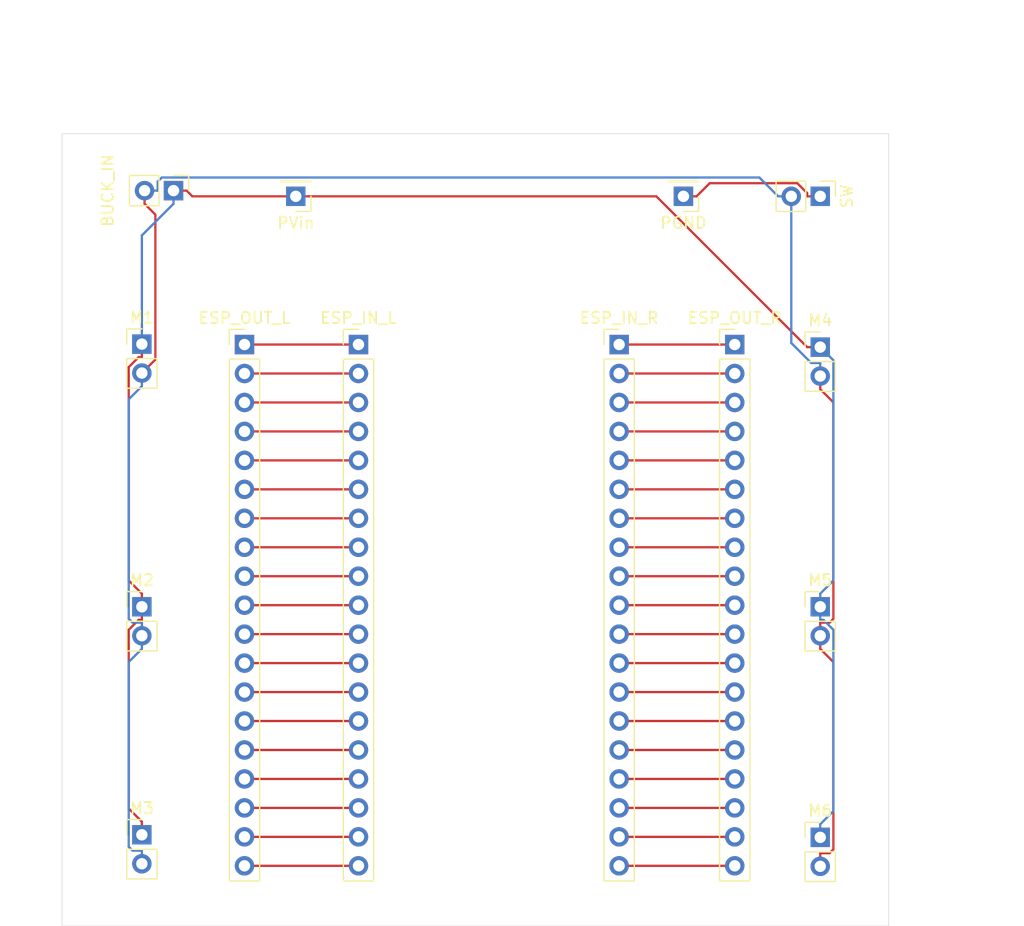
<source format=kicad_pcb>
(kicad_pcb (version 20240108) (generator "pcbnew") (generator_version "8.0")
  (layers (0 "F.Cu" signal) (31 "B.Cu" signal) (34 "B.Paste" user) (35 "F.Paste" user) (36 "B.SilkS" user "B.Silkscreen") (37 "F.SilkS" user "F.Silkscreen") (38 "B.Mask" user) (39 "F.Mask" user) (44 "Edge.Cuts" user))
  (net 0 "")
  (net 1 "Net-(BUCK_IN1-Pin_1)")
  (net 2 "Net-(BUCK_IN1-Pin_2)")
  (net 3 "Net-(ESP_IN_L1-Pin_4)")
  (net 4 "Net-(ESP_IN_L1-Pin_11)")
  (net 5 "Net-(ESP_IN_L1-Pin_6)")
  (net 6 "Net-(ESP_IN_L1-Pin_15)")
  (net 7 "Net-(ESP_IN_L1-Pin_18)")
  (net 8 "Net-(ESP_IN_L1-Pin_7)")
  (net 9 "Net-(ESP_IN_L1-Pin_5)")
  (net 10 "Net-(ESP_IN_L1-Pin_10)")
  (net 11 "Net-(ESP_IN_L1-Pin_19)")
  (net 12 "Net-(ESP_IN_L1-Pin_13)")
  (net 13 "Net-(ESP_IN_L1-Pin_17)")
  (net 14 "Net-(ESP_IN_L1-Pin_8)")
  (net 15 "Net-(ESP_IN_L1-Pin_1)")
  (net 16 "Net-(ESP_IN_L1-Pin_14)")
  (net 17 "Net-(ESP_IN_L1-Pin_16)")
  (net 18 "Net-(ESP_IN_L1-Pin_2)")
  (net 19 "Net-(ESP_IN_L1-Pin_12)")
  (net 20 "Net-(ESP_IN_L1-Pin_3)")
  (net 21 "Net-(ESP_IN_L1-Pin_9)")
  (net 22 "Net-(ESP_IN_R1-Pin_17)")
  (net 23 "Net-(ESP_IN_R1-Pin_18)")
  (net 24 "Net-(ESP_IN_R1-Pin_3)")
  (net 25 "Net-(ESP_IN_R1-Pin_4)")
  (net 26 "Net-(ESP_IN_R1-Pin_19)")
  (net 27 "Net-(ESP_IN_R1-Pin_13)")
  (net 28 "Net-(ESP_IN_R1-Pin_9)")
  (net 29 "Net-(ESP_IN_R1-Pin_16)")
  (net 30 "Net-(ESP_IN_R1-Pin_11)")
  (net 31 "Net-(ESP_IN_R1-Pin_15)")
  (net 32 "Net-(ESP_IN_R1-Pin_6)")
  (net 33 "Net-(ESP_IN_R1-Pin_1)")
  (net 34 "Net-(ESP_IN_R1-Pin_8)")
  (net 35 "Net-(ESP_IN_R1-Pin_7)")
  (net 36 "Net-(ESP_IN_R1-Pin_5)")
  (net 37 "Net-(ESP_IN_R1-Pin_12)")
  (net 38 "Net-(ESP_IN_R1-Pin_2)")
  (net 39 "Net-(ESP_IN_R1-Pin_14)")
  (net 40 "Net-(ESP_IN_R1-Pin_10)")
  (net 41 "Net-(PGND1-Pin_1)")
  (footprint "Connector_PinHeader_2.54mm:PinHeader_1x02_P2.54mm_Vertical" (layer "F.Cu") (at 110.775 79 -90)
    (property "Reference" "BUCK_IN" (at 0 5.775 -90) (layer "F.SilkS"))
    (property "Value" "24v to 5v for buck converter")
    (fp_line (start -1.33 3.87) (end 1.33 3.87) (stroke (width 0.12)) (layer "F.SilkS"))
    (fp_line (start -1.33 1.27) (end -1.33 3.87) (stroke (width 0.12)) (layer "F.SilkS"))
    (fp_line (start -1.33 1.27) (end 1.33 1.27) (stroke (width 0.12)) (layer "F.SilkS"))
    (fp_line (start 1.33 1.27) (end 1.33 3.87) (stroke (width 0.12)) (layer "F.SilkS"))
    (fp_line (start -1.33 0) (end -1.33 -1.33) (stroke (width 0.12)) (layer "F.SilkS"))
    (fp_line (start -1.33 -1.33) (end 0 -1.33) (stroke (width 0.12)) (layer "F.SilkS"))
    (pad "1" thru_hole rect (at 0 0 270) (size 1.7 1.7) (drill 1) (layers "*.Cu" "*.Mask") (net 1 "Net-(BUCK_IN1-Pin_1)"))
    (pad "2" thru_hole oval (at 0 2.54 270) (size 1.7 1.7) (drill 1) (layers "*.Cu" "*.Mask") (net 2 "Net-(BUCK_IN1-Pin_2)"))
  )
  (footprint "Connector_PinHeader_2.54mm:PinHeader_1x19_P2.54mm_Vertical" (layer "F.Cu") (at 160 92.5)
    (property "Reference" "ESP_OUT_R" (at 0 -2.33 0) (layer "F.SilkS"))
    (property "Value" "Conn_01x19_Pin")
    (fp_line (start -1.33 -1.33) (end 0 -1.33) (stroke (width 0.12)) (layer "F.SilkS"))
    (fp_line (start -1.33 0) (end -1.33 -1.33) (stroke (width 0.12)) (layer "F.SilkS"))
    (fp_line (start -1.33 1.27) (end -1.33 47.05) (stroke (width 0.12)) (layer "F.SilkS"))
    (fp_line (start -1.33 1.27) (end 1.33 1.27) (stroke (width 0.12)) (layer "F.SilkS"))
    (fp_line (start -1.33 47.05) (end 1.33 47.05) (stroke (width 0.12)) (layer "F.SilkS"))
    (fp_line (start 1.33 1.27) (end 1.33 47.05) (stroke (width 0.12)) (layer "F.SilkS"))
    (pad "1" thru_hole rect (at 0 0) (size 1.7 1.7) (drill 1) (layers "*.Cu" "*.Mask") (net 33 "Net-(ESP_IN_R1-Pin_1)"))
    (pad "2" thru_hole oval (at 0 2.54) (size 1.7 1.7) (drill 1) (layers "*.Cu" "*.Mask") (net 38 "Net-(ESP_IN_R1-Pin_2)"))
    (pad "3" thru_hole oval (at 0 5.08) (size 1.7 1.7) (drill 1) (layers "*.Cu" "*.Mask") (net 24 "Net-(ESP_IN_R1-Pin_3)"))
    (pad "4" thru_hole oval (at 0 7.62) (size 1.7 1.7) (drill 1) (layers "*.Cu" "*.Mask") (net 25 "Net-(ESP_IN_R1-Pin_4)"))
    (pad "5" thru_hole oval (at 0 10.16) (size 1.7 1.7) (drill 1) (layers "*.Cu" "*.Mask") (net 36 "Net-(ESP_IN_R1-Pin_5)"))
    (pad "6" thru_hole oval (at 0 12.7) (size 1.7 1.7) (drill 1) (layers "*.Cu" "*.Mask") (net 32 "Net-(ESP_IN_R1-Pin_6)"))
    (pad "7" thru_hole oval (at 0 15.24) (size 1.7 1.7) (drill 1) (layers "*.Cu" "*.Mask") (net 35 "Net-(ESP_IN_R1-Pin_7)"))
    (pad "8" thru_hole oval (at 0 17.78) (size 1.7 1.7) (drill 1) (layers "*.Cu" "*.Mask") (net 34 "Net-(ESP_IN_R1-Pin_8)"))
    (pad "9" thru_hole oval (at 0 20.32) (size 1.7 1.7) (drill 1) (layers "*.Cu" "*.Mask") (net 28 "Net-(ESP_IN_R1-Pin_9)"))
    (pad "10" thru_hole oval (at 0 22.86) (size 1.7 1.7) (drill 1) (layers "*.Cu" "*.Mask") (net 40 "Net-(ESP_IN_R1-Pin_10)"))
    (pad "11" thru_hole oval (at 0 25.4) (size 1.7 1.7) (drill 1) (layers "*.Cu" "*.Mask") (net 30 "Net-(ESP_IN_R1-Pin_11)"))
    (pad "12" thru_hole oval (at 0 27.94) (size 1.7 1.7) (drill 1) (layers "*.Cu" "*.Mask") (net 37 "Net-(ESP_IN_R1-Pin_12)"))
    (pad "13" thru_hole oval (at 0 30.48) (size 1.7 1.7) (drill 1) (layers "*.Cu" "*.Mask") (net 27 "Net-(ESP_IN_R1-Pin_13)"))
    (pad "14" thru_hole oval (at 0 33.02) (size 1.7 1.7) (drill 1) (layers "*.Cu" "*.Mask") (net 39 "Net-(ESP_IN_R1-Pin_14)"))
    (pad "15" thru_hole oval (at 0 35.56) (size 1.7 1.7) (drill 1) (layers "*.Cu" "*.Mask") (net 31 "Net-(ESP_IN_R1-Pin_15)"))
    (pad "16" thru_hole oval (at 0 38.1) (size 1.7 1.7) (drill 1) (layers "*.Cu" "*.Mask") (net 29 "Net-(ESP_IN_R1-Pin_16)"))
    (pad "17" thru_hole oval (at 0 40.64) (size 1.7 1.7) (drill 1) (layers "*.Cu" "*.Mask") (net 22 "Net-(ESP_IN_R1-Pin_17)"))
    (pad "18" thru_hole oval (at 0 43.18) (size 1.7 1.7) (drill 1) (layers "*.Cu" "*.Mask") (net 23 "Net-(ESP_IN_R1-Pin_18)"))
    (pad "19" thru_hole oval (at 0 45.72) (size 1.7 1.7) (drill 1) (layers "*.Cu" "*.Mask") (net 26 "Net-(ESP_IN_R1-Pin_19)"))
  )
  (footprint "Connector_PinHeader_2.54mm:PinHeader_1x02_P2.54mm_Vertical" (layer "F.Cu") (at 108 135.5)
    (property "Reference" "M3" (at 0 -2.33 0) (layer "F.SilkS"))
    (property "Value" "Conn_01x02_Pin")
    (fp_line (start -1.33 -1.33) (end 0 -1.33) (stroke (width 0.12)) (layer "F.SilkS"))
    (fp_line (start -1.33 0) (end -1.33 -1.33) (stroke (width 0.12)) (layer "F.SilkS"))
    (fp_line (start -1.33 1.27) (end -1.33 3.87) (stroke (width 0.12)) (layer "F.SilkS"))
    (fp_line (start -1.33 1.27) (end 1.33 1.27) (stroke (width 0.12)) (layer "F.SilkS"))
    (fp_line (start -1.33 3.87) (end 1.33 3.87) (stroke (width 0.12)) (layer "F.SilkS"))
    (fp_line (start 1.33 1.27) (end 1.33 3.87) (stroke (width 0.12)) (layer "F.SilkS"))
    (pad "1" thru_hole rect (at 0 0) (size 1.7 1.7) (drill 1) (layers "*.Cu" "*.Mask") (net 1 "Net-(BUCK_IN1-Pin_1)"))
    (pad "2" thru_hole oval (at 0 2.54) (size 1.7 1.7) (drill 1) (layers "*.Cu" "*.Mask") (net 2 "Net-(BUCK_IN1-Pin_2)"))
  )
  (footprint "Connector_PinHeader_2.54mm:PinHeader_1x02_P2.54mm_Vertical" (layer "F.Cu") (at 167.5 79.5 -90)
    (property "Reference" "SW" (at 0 -2.33 -90) (layer "F.SilkS"))
    (property "Value" "SW_SPST")
    (fp_line (start -1.33 3.87) (end 1.33 3.87) (stroke (width 0.12)) (layer "F.SilkS"))
    (fp_line (start -1.33 1.27) (end -1.33 3.87) (stroke (width 0.12)) (layer "F.SilkS"))
    (fp_line (start -1.33 1.27) (end 1.33 1.27) (stroke (width 0.12)) (layer "F.SilkS"))
    (fp_line (start 1.33 1.27) (end 1.33 3.87) (stroke (width 0.12)) (layer "F.SilkS"))
    (fp_line (start -1.33 0) (end -1.33 -1.33) (stroke (width 0.12)) (layer "F.SilkS"))
    (fp_line (start -1.33 -1.33) (end 0 -1.33) (stroke (width 0.12)) (layer "F.SilkS"))
    (pad "1" thru_hole rect (at 0 0 270) (size 1.7 1.7) (drill 1) (layers "*.Cu" "*.Mask") (net 41 "Net-(PGND1-Pin_1)"))
    (pad "2" thru_hole oval (at 0 2.54 270) (size 1.7 1.7) (drill 1) (layers "*.Cu" "*.Mask") (net 2 "Net-(BUCK_IN1-Pin_2)"))
  )
  (footprint "Connector_PinHeader_2.54mm:PinHeader_1x19_P2.54mm_Vertical" (layer "F.Cu") (at 149.86 92.5)
    (property "Reference" "ESP_IN_R" (at 0 -2.33 0) (layer "F.SilkS"))
    (property "Value" "Conn_01x19_Socket")
    (fp_line (start -1.33 -1.33) (end 0 -1.33) (stroke (width 0.12)) (layer "F.SilkS"))
    (fp_line (start -1.33 0) (end -1.33 -1.33) (stroke (width 0.12)) (layer "F.SilkS"))
    (fp_line (start -1.33 1.27) (end -1.33 47.05) (stroke (width 0.12)) (layer "F.SilkS"))
    (fp_line (start -1.33 1.27) (end 1.33 1.27) (stroke (width 0.12)) (layer "F.SilkS"))
    (fp_line (start -1.33 47.05) (end 1.33 47.05) (stroke (width 0.12)) (layer "F.SilkS"))
    (fp_line (start 1.33 1.27) (end 1.33 47.05) (stroke (width 0.12)) (layer "F.SilkS"))
    (pad "1" thru_hole rect (at 0 0) (size 1.7 1.7) (drill 1) (layers "*.Cu" "*.Mask") (net 33 "Net-(ESP_IN_R1-Pin_1)"))
    (pad "2" thru_hole oval (at 0 2.54) (size 1.7 1.7) (drill 1) (layers "*.Cu" "*.Mask") (net 38 "Net-(ESP_IN_R1-Pin_2)"))
    (pad "3" thru_hole oval (at 0 5.08) (size 1.7 1.7) (drill 1) (layers "*.Cu" "*.Mask") (net 24 "Net-(ESP_IN_R1-Pin_3)"))
    (pad "4" thru_hole oval (at 0 7.62) (size 1.7 1.7) (drill 1) (layers "*.Cu" "*.Mask") (net 25 "Net-(ESP_IN_R1-Pin_4)"))
    (pad "5" thru_hole oval (at 0 10.16) (size 1.7 1.7) (drill 1) (layers "*.Cu" "*.Mask") (net 36 "Net-(ESP_IN_R1-Pin_5)"))
    (pad "6" thru_hole oval (at 0 12.7) (size 1.7 1.7) (drill 1) (layers "*.Cu" "*.Mask") (net 32 "Net-(ESP_IN_R1-Pin_6)"))
    (pad "7" thru_hole oval (at 0 15.24) (size 1.7 1.7) (drill 1) (layers "*.Cu" "*.Mask") (net 35 "Net-(ESP_IN_R1-Pin_7)"))
    (pad "8" thru_hole oval (at 0 17.78) (size 1.7 1.7) (drill 1) (layers "*.Cu" "*.Mask") (net 34 "Net-(ESP_IN_R1-Pin_8)"))
    (pad "9" thru_hole oval (at 0 20.32) (size 1.7 1.7) (drill 1) (layers "*.Cu" "*.Mask") (net 28 "Net-(ESP_IN_R1-Pin_9)"))
    (pad "10" thru_hole oval (at 0 22.86) (size 1.7 1.7) (drill 1) (layers "*.Cu" "*.Mask") (net 40 "Net-(ESP_IN_R1-Pin_10)"))
    (pad "11" thru_hole oval (at 0 25.4) (size 1.7 1.7) (drill 1) (layers "*.Cu" "*.Mask") (net 30 "Net-(ESP_IN_R1-Pin_11)"))
    (pad "12" thru_hole oval (at 0 27.94) (size 1.7 1.7) (drill 1) (layers "*.Cu" "*.Mask") (net 37 "Net-(ESP_IN_R1-Pin_12)"))
    (pad "13" thru_hole oval (at 0 30.48) (size 1.7 1.7) (drill 1) (layers "*.Cu" "*.Mask") (net 27 "Net-(ESP_IN_R1-Pin_13)"))
    (pad "14" thru_hole oval (at 0 33.02) (size 1.7 1.7) (drill 1) (layers "*.Cu" "*.Mask") (net 39 "Net-(ESP_IN_R1-Pin_14)"))
    (pad "15" thru_hole oval (at 0 35.56) (size 1.7 1.7) (drill 1) (layers "*.Cu" "*.Mask") (net 31 "Net-(ESP_IN_R1-Pin_15)"))
    (pad "16" thru_hole oval (at 0 38.1) (size 1.7 1.7) (drill 1) (layers "*.Cu" "*.Mask") (net 29 "Net-(ESP_IN_R1-Pin_16)"))
    (pad "17" thru_hole oval (at 0 40.64) (size 1.7 1.7) (drill 1) (layers "*.Cu" "*.Mask") (net 22 "Net-(ESP_IN_R1-Pin_17)"))
    (pad "18" thru_hole oval (at 0 43.18) (size 1.7 1.7) (drill 1) (layers "*.Cu" "*.Mask") (net 23 "Net-(ESP_IN_R1-Pin_18)"))
    (pad "19" thru_hole oval (at 0 45.72) (size 1.7 1.7) (drill 1) (layers "*.Cu" "*.Mask") (net 26 "Net-(ESP_IN_R1-Pin_19)"))
  )
  (footprint "Connector_PinHeader_2.54mm:PinHeader_1x02_P2.54mm_Vertical" (layer "F.Cu") (at 108 115.5)
    (property "Reference" "M2" (at 0 -2.33 0) (layer "F.SilkS"))
    (property "Value" "Conn_01x02_Pin")
    (fp_line (start -1.33 -1.33) (end 0 -1.33) (stroke (width 0.12)) (layer "F.SilkS"))
    (fp_line (start -1.33 0) (end -1.33 -1.33) (stroke (width 0.12)) (layer "F.SilkS"))
    (fp_line (start -1.33 1.27) (end -1.33 3.87) (stroke (width 0.12)) (layer "F.SilkS"))
    (fp_line (start -1.33 1.27) (end 1.33 1.27) (stroke (width 0.12)) (layer "F.SilkS"))
    (fp_line (start -1.33 3.87) (end 1.33 3.87) (stroke (width 0.12)) (layer "F.SilkS"))
    (fp_line (start 1.33 1.27) (end 1.33 3.87) (stroke (width 0.12)) (layer "F.SilkS"))
    (pad "1" thru_hole rect (at 0 0) (size 1.7 1.7) (drill 1) (layers "*.Cu" "*.Mask") (net 1 "Net-(BUCK_IN1-Pin_1)"))
    (pad "2" thru_hole oval (at 0 2.54) (size 1.7 1.7) (drill 1) (layers "*.Cu" "*.Mask") (net 2 "Net-(BUCK_IN1-Pin_2)"))
  )
  (footprint "Connector_PinHeader_2.54mm:PinHeader_1x02_P2.54mm_Vertical" (layer "F.Cu") (at 167.5 115.5)
    (property "Reference" "M5" (at 0 -2.33 0) (layer "F.SilkS"))
    (property "Value" "Conn_01x02_Pin")
    (fp_line (start -1.33 -1.33) (end 0 -1.33) (stroke (width 0.12)) (layer "F.SilkS"))
    (fp_line (start -1.33 0) (end -1.33 -1.33) (stroke (width 0.12)) (layer "F.SilkS"))
    (fp_line (start -1.33 1.27) (end -1.33 3.87) (stroke (width 0.12)) (layer "F.SilkS"))
    (fp_line (start -1.33 1.27) (end 1.33 1.27) (stroke (width 0.12)) (layer "F.SilkS"))
    (fp_line (start -1.33 3.87) (end 1.33 3.87) (stroke (width 0.12)) (layer "F.SilkS"))
    (fp_line (start 1.33 1.27) (end 1.33 3.87) (stroke (width 0.12)) (layer "F.SilkS"))
    (pad "1" thru_hole rect (at 0 0) (size 1.7 1.7) (drill 1) (layers "*.Cu" "*.Mask") (net 1 "Net-(BUCK_IN1-Pin_1)"))
    (pad "2" thru_hole oval (at 0 2.54) (size 1.7 1.7) (drill 1) (layers "*.Cu" "*.Mask") (net 2 "Net-(BUCK_IN1-Pin_2)"))
  )
  (footprint "Connector_PinHeader_2.54mm:PinHeader_1x01_P2.54mm_Vertical" (layer "F.Cu") (at 155.5 79.5 180)
    (property "Reference" "PGND" (at 0 -2.33 180) (layer "F.SilkS"))
    (property "Value" "GND")
    (fp_line (start 1.33 1.27) (end 1.33 1.33) (stroke (width 0.12)) (layer "F.SilkS"))
    (fp_line (start -1.33 1.33) (end 1.33 1.33) (stroke (width 0.12)) (layer "F.SilkS"))
    (fp_line (start -1.33 1.27) (end 1.33 1.27) (stroke (width 0.12)) (layer "F.SilkS"))
    (fp_line (start -1.33 1.27) (end -1.33 1.33) (stroke (width 0.12)) (layer "F.SilkS"))
    (fp_line (start -1.33 0) (end -1.33 -1.33) (stroke (width 0.12)) (layer "F.SilkS"))
    (fp_line (start -1.33 -1.33) (end 0 -1.33) (stroke (width 0.12)) (layer "F.SilkS"))
    (pad "1" thru_hole rect (at 0 0 180) (size 1.7 1.7) (drill 1) (layers "*.Cu" "*.Mask") (net 41 "Net-(PGND1-Pin_1)"))
  )
  (footprint "Connector_PinHeader_2.54mm:PinHeader_1x19_P2.54mm_Vertical" (layer "F.Cu") (at 127 92.5)
    (property "Reference" "ESP_IN_L" (at 0 -2.33 0) (layer "F.SilkS"))
    (property "Value" "Conn_01x19_Socket")
    (fp_line (start -1.33 -1.33) (end 0 -1.33) (stroke (width 0.12)) (layer "F.SilkS"))
    (fp_line (start -1.33 0) (end -1.33 -1.33) (stroke (width 0.12)) (layer "F.SilkS"))
    (fp_line (start -1.33 1.27) (end -1.33 47.05) (stroke (width 0.12)) (layer "F.SilkS"))
    (fp_line (start -1.33 1.27) (end 1.33 1.27) (stroke (width 0.12)) (layer "F.SilkS"))
    (fp_line (start -1.33 47.05) (end 1.33 47.05) (stroke (width 0.12)) (layer "F.SilkS"))
    (fp_line (start 1.33 1.27) (end 1.33 47.05) (stroke (width 0.12)) (layer "F.SilkS"))
    (pad "1" thru_hole rect (at 0 0) (size 1.7 1.7) (drill 1) (layers "*.Cu" "*.Mask") (net 15 "Net-(ESP_IN_L1-Pin_1)"))
    (pad "2" thru_hole oval (at 0 2.54) (size 1.7 1.7) (drill 1) (layers "*.Cu" "*.Mask") (net 18 "Net-(ESP_IN_L1-Pin_2)"))
    (pad "3" thru_hole oval (at 0 5.08) (size 1.7 1.7) (drill 1) (layers "*.Cu" "*.Mask") (net 20 "Net-(ESP_IN_L1-Pin_3)"))
    (pad "4" thru_hole oval (at 0 7.62) (size 1.7 1.7) (drill 1) (layers "*.Cu" "*.Mask") (net 3 "Net-(ESP_IN_L1-Pin_4)"))
    (pad "5" thru_hole oval (at 0 10.16) (size 1.7 1.7) (drill 1) (layers "*.Cu" "*.Mask") (net 9 "Net-(ESP_IN_L1-Pin_5)"))
    (pad "6" thru_hole oval (at 0 12.7) (size 1.7 1.7) (drill 1) (layers "*.Cu" "*.Mask") (net 5 "Net-(ESP_IN_L1-Pin_6)"))
    (pad "7" thru_hole oval (at 0 15.24) (size 1.7 1.7) (drill 1) (layers "*.Cu" "*.Mask") (net 8 "Net-(ESP_IN_L1-Pin_7)"))
    (pad "8" thru_hole oval (at 0 17.78) (size 1.7 1.7) (drill 1) (layers "*.Cu" "*.Mask") (net 14 "Net-(ESP_IN_L1-Pin_8)"))
    (pad "9" thru_hole oval (at 0 20.32) (size 1.7 1.7) (drill 1) (layers "*.Cu" "*.Mask") (net 21 "Net-(ESP_IN_L1-Pin_9)"))
    (pad "10" thru_hole oval (at 0 22.86) (size 1.7 1.7) (drill 1) (layers "*.Cu" "*.Mask") (net 10 "Net-(ESP_IN_L1-Pin_10)"))
    (pad "11" thru_hole oval (at 0 25.4) (size 1.7 1.7) (drill 1) (layers "*.Cu" "*.Mask") (net 4 "Net-(ESP_IN_L1-Pin_11)"))
    (pad "12" thru_hole oval (at 0 27.94) (size 1.7 1.7) (drill 1) (layers "*.Cu" "*.Mask") (net 19 "Net-(ESP_IN_L1-Pin_12)"))
    (pad "13" thru_hole oval (at 0 30.48) (size 1.7 1.7) (drill 1) (layers "*.Cu" "*.Mask") (net 12 "Net-(ESP_IN_L1-Pin_13)"))
    (pad "14" thru_hole oval (at 0 33.02) (size 1.7 1.7) (drill 1) (layers "*.Cu" "*.Mask") (net 16 "Net-(ESP_IN_L1-Pin_14)"))
    (pad "15" thru_hole oval (at 0 35.56) (size 1.7 1.7) (drill 1) (layers "*.Cu" "*.Mask") (net 6 "Net-(ESP_IN_L1-Pin_15)"))
    (pad "16" thru_hole oval (at 0 38.1) (size 1.7 1.7) (drill 1) (layers "*.Cu" "*.Mask") (net 17 "Net-(ESP_IN_L1-Pin_16)"))
    (pad "17" thru_hole oval (at 0 40.64) (size 1.7 1.7) (drill 1) (layers "*.Cu" "*.Mask") (net 13 "Net-(ESP_IN_L1-Pin_17)"))
    (pad "18" thru_hole oval (at 0 43.18) (size 1.7 1.7) (drill 1) (layers "*.Cu" "*.Mask") (net 7 "Net-(ESP_IN_L1-Pin_18)"))
    (pad "19" thru_hole oval (at 0 45.72) (size 1.7 1.7) (drill 1) (layers "*.Cu" "*.Mask") (net 11 "Net-(ESP_IN_L1-Pin_19)"))
  )
  (footprint "Connector_PinHeader_2.54mm:PinHeader_1x01_P2.54mm_Vertical" (layer "F.Cu") (at 121.5 79.5 180)
    (property "Reference" "PVin" (at 0 -2.33 180) (layer "F.SilkS"))
    (property "Value" "24V @5A")
    (fp_line (start 1.33 1.27) (end 1.33 1.33) (stroke (width 0.12)) (layer "F.SilkS"))
    (fp_line (start -1.33 1.33) (end 1.33 1.33) (stroke (width 0.12)) (layer "F.SilkS"))
    (fp_line (start -1.33 1.27) (end 1.33 1.27) (stroke (width 0.12)) (layer "F.SilkS"))
    (fp_line (start -1.33 1.27) (end -1.33 1.33) (stroke (width 0.12)) (layer "F.SilkS"))
    (fp_line (start -1.33 0) (end -1.33 -1.33) (stroke (width 0.12)) (layer "F.SilkS"))
    (fp_line (start -1.33 -1.33) (end 0 -1.33) (stroke (width 0.12)) (layer "F.SilkS"))
    (pad "1" thru_hole rect (at 0 0 180) (size 1.7 1.7) (drill 1) (layers "*.Cu" "*.Mask") (net 1 "Net-(BUCK_IN1-Pin_1)"))
  )
  (footprint "Connector_PinHeader_2.54mm:PinHeader_1x19_P2.54mm_Vertical" (layer "F.Cu") (at 117 92.5)
    (property "Reference" "ESP_OUT_L" (at 0 -2.33 0) (layer "F.SilkS"))
    (property "Value" "Conn_01x19_Pin")
    (fp_line (start -1.33 -1.33) (end 0 -1.33) (stroke (width 0.12)) (layer "F.SilkS"))
    (fp_line (start -1.33 0) (end -1.33 -1.33) (stroke (width 0.12)) (layer "F.SilkS"))
    (fp_line (start -1.33 1.27) (end -1.33 47.05) (stroke (width 0.12)) (layer "F.SilkS"))
    (fp_line (start -1.33 1.27) (end 1.33 1.27) (stroke (width 0.12)) (layer "F.SilkS"))
    (fp_line (start -1.33 47.05) (end 1.33 47.05) (stroke (width 0.12)) (layer "F.SilkS"))
    (fp_line (start 1.33 1.27) (end 1.33 47.05) (stroke (width 0.12)) (layer "F.SilkS"))
    (pad "1" thru_hole rect (at 0 0) (size 1.7 1.7) (drill 1) (layers "*.Cu" "*.Mask") (net 15 "Net-(ESP_IN_L1-Pin_1)"))
    (pad "2" thru_hole oval (at 0 2.54) (size 1.7 1.7) (drill 1) (layers "*.Cu" "*.Mask") (net 18 "Net-(ESP_IN_L1-Pin_2)"))
    (pad "3" thru_hole oval (at 0 5.08) (size 1.7 1.7) (drill 1) (layers "*.Cu" "*.Mask") (net 20 "Net-(ESP_IN_L1-Pin_3)"))
    (pad "4" thru_hole oval (at 0 7.62) (size 1.7 1.7) (drill 1) (layers "*.Cu" "*.Mask") (net 3 "Net-(ESP_IN_L1-Pin_4)"))
    (pad "5" thru_hole oval (at 0 10.16) (size 1.7 1.7) (drill 1) (layers "*.Cu" "*.Mask") (net 9 "Net-(ESP_IN_L1-Pin_5)"))
    (pad "6" thru_hole oval (at 0 12.7) (size 1.7 1.7) (drill 1) (layers "*.Cu" "*.Mask") (net 5 "Net-(ESP_IN_L1-Pin_6)"))
    (pad "7" thru_hole oval (at 0 15.24) (size 1.7 1.7) (drill 1) (layers "*.Cu" "*.Mask") (net 8 "Net-(ESP_IN_L1-Pin_7)"))
    (pad "8" thru_hole oval (at 0 17.78) (size 1.7 1.7) (drill 1) (layers "*.Cu" "*.Mask") (net 14 "Net-(ESP_IN_L1-Pin_8)"))
    (pad "9" thru_hole oval (at 0 20.32) (size 1.7 1.7) (drill 1) (layers "*.Cu" "*.Mask") (net 21 "Net-(ESP_IN_L1-Pin_9)"))
    (pad "10" thru_hole oval (at 0 22.86) (size 1.7 1.7) (drill 1) (layers "*.Cu" "*.Mask") (net 10 "Net-(ESP_IN_L1-Pin_10)"))
    (pad "11" thru_hole oval (at 0 25.4) (size 1.7 1.7) (drill 1) (layers "*.Cu" "*.Mask") (net 4 "Net-(ESP_IN_L1-Pin_11)"))
    (pad "12" thru_hole oval (at 0 27.94) (size 1.7 1.7) (drill 1) (layers "*.Cu" "*.Mask") (net 19 "Net-(ESP_IN_L1-Pin_12)"))
    (pad "13" thru_hole oval (at 0 30.48) (size 1.7 1.7) (drill 1) (layers "*.Cu" "*.Mask") (net 12 "Net-(ESP_IN_L1-Pin_13)"))
    (pad "14" thru_hole oval (at 0 33.02) (size 1.7 1.7) (drill 1) (layers "*.Cu" "*.Mask") (net 16 "Net-(ESP_IN_L1-Pin_14)"))
    (pad "15" thru_hole oval (at 0 35.56) (size 1.7 1.7) (drill 1) (layers "*.Cu" "*.Mask") (net 6 "Net-(ESP_IN_L1-Pin_15)"))
    (pad "16" thru_hole oval (at 0 38.1) (size 1.7 1.7) (drill 1) (layers "*.Cu" "*.Mask") (net 17 "Net-(ESP_IN_L1-Pin_16)"))
    (pad "17" thru_hole oval (at 0 40.64) (size 1.7 1.7) (drill 1) (layers "*.Cu" "*.Mask") (net 13 "Net-(ESP_IN_L1-Pin_17)"))
    (pad "18" thru_hole oval (at 0 43.18) (size 1.7 1.7) (drill 1) (layers "*.Cu" "*.Mask") (net 7 "Net-(ESP_IN_L1-Pin_18)"))
    (pad "19" thru_hole oval (at 0 45.72) (size 1.7 1.7) (drill 1) (layers "*.Cu" "*.Mask") (net 11 "Net-(ESP_IN_L1-Pin_19)"))
  )
  (footprint "Connector_PinHeader_2.54mm:PinHeader_1x02_P2.54mm_Vertical" (layer "F.Cu") (at 108 92.46)
    (property "Reference" "M1" (at 0 -2.33 0) (layer "F.SilkS"))
    (property "Value" "Conn_01x02_Pin")
    (fp_line (start -1.33 -1.33) (end 0 -1.33) (stroke (width 0.12)) (layer "F.SilkS"))
    (fp_line (start -1.33 0) (end -1.33 -1.33) (stroke (width 0.12)) (layer "F.SilkS"))
    (fp_line (start -1.33 1.27) (end -1.33 3.87) (stroke (width 0.12)) (layer "F.SilkS"))
    (fp_line (start -1.33 1.27) (end 1.33 1.27) (stroke (width 0.12)) (layer "F.SilkS"))
    (fp_line (start -1.33 3.87) (end 1.33 3.87) (stroke (width 0.12)) (layer "F.SilkS"))
    (fp_line (start 1.33 1.27) (end 1.33 3.87) (stroke (width 0.12)) (layer "F.SilkS"))
    (pad "1" thru_hole rect (at 0 0) (size 1.7 1.7) (drill 1) (layers "*.Cu" "*.Mask") (net 1 "Net-(BUCK_IN1-Pin_1)"))
    (pad "2" thru_hole oval (at 0 2.54) (size 1.7 1.7) (drill 1) (layers "*.Cu" "*.Mask") (net 2 "Net-(BUCK_IN1-Pin_2)"))
  )
  (footprint "Connector_PinHeader_2.54mm:PinHeader_1x02_P2.54mm_Vertical" (layer "F.Cu") (at 167.5 92.725)
    (property "Reference" "M4" (at 0 -2.33 0) (layer "F.SilkS"))
    (property "Value" "Conn_01x02_Pin")
    (fp_line (start -1.33 -1.33) (end 0 -1.33) (stroke (width 0.12)) (layer "F.SilkS"))
    (fp_line (start -1.33 0) (end -1.33 -1.33) (stroke (width 0.12)) (layer "F.SilkS"))
    (fp_line (start -1.33 1.27) (end -1.33 3.87) (stroke (width 0.12)) (layer "F.SilkS"))
    (fp_line (start -1.33 1.27) (end 1.33 1.27) (stroke (width 0.12)) (layer "F.SilkS"))
    (fp_line (start -1.33 3.87) (end 1.33 3.87) (stroke (width 0.12)) (layer "F.SilkS"))
    (fp_line (start 1.33 1.27) (end 1.33 3.87) (stroke (width 0.12)) (layer "F.SilkS"))
    (pad "1" thru_hole rect (at 0 0) (size 1.7 1.7) (drill 1) (layers "*.Cu" "*.Mask") (net 1 "Net-(BUCK_IN1-Pin_1)"))
    (pad "2" thru_hole oval (at 0 2.54) (size 1.7 1.7) (drill 1) (layers "*.Cu" "*.Mask") (net 2 "Net-(BUCK_IN1-Pin_2)"))
  )
  (footprint "Connector_PinHeader_2.54mm:PinHeader_1x02_P2.54mm_Vertical" (layer "F.Cu") (at 167.5 135.725)
    (property "Reference" "M6" (at 0 -2.33 0) (layer "F.SilkS"))
    (property "Value" "Conn_01x02_Pin")
    (fp_line (start -1.33 -1.33) (end 0 -1.33) (stroke (width 0.12)) (layer "F.SilkS"))
    (fp_line (start -1.33 0) (end -1.33 -1.33) (stroke (width 0.12)) (layer "F.SilkS"))
    (fp_line (start -1.33 1.27) (end -1.33 3.87) (stroke (width 0.12)) (layer "F.SilkS"))
    (fp_line (start -1.33 1.27) (end 1.33 1.27) (stroke (width 0.12)) (layer "F.SilkS"))
    (fp_line (start -1.33 3.87) (end 1.33 3.87) (stroke (width 0.12)) (layer "F.SilkS"))
    (fp_line (start 1.33 1.27) (end 1.33 3.87) (stroke (width 0.12)) (layer "F.SilkS"))
    (pad "1" thru_hole rect (at 0 0) (size 1.7 1.7) (drill 1) (layers "*.Cu" "*.Mask") (net 1 "Net-(BUCK_IN1-Pin_1)"))
    (pad "2" thru_hole oval (at 0 2.54) (size 1.7 1.7) (drill 1) (layers "*.Cu" "*.Mask") (net 2 "Net-(BUCK_IN1-Pin_2)"))
  )
  (gr_rect (start 101 74) (end 173.5 143.5) (stroke (width 0.05)) (fill none) (layer "Edge.Cuts"))
  (segment (start 110.775 79) (end 111.9267 79) (width 0.2) (layer "F.Cu") (net 1))
  (segment (start 107.7121 93.6117) (end 106.8483 94.4755) (width 0.2) (layer "F.Cu") (net 1))
  (segment (start 107.7121 116.6517) (end 106.8483 117.5155) (width 0.2) (layer "F.Cu") (net 1))
  (segment (start 106.8483 94.4755) (end 106.8483 113.1966) (width 0.2) (layer "F.Cu") (net 1))
  (segment (start 153.1233 79.5) (end 166.3483 92.725) (width 0.2) (layer "F.Cu") (net 1))
  (segment (start 106.8483 133.1966) (end 108 134.3483) (width 0.2) (layer "F.Cu") (net 1))
  (segment (start 121.5 79.5) (end 122.6517 79.5) (width 0.2) (layer "F.Cu") (net 1))
  (segment (start 108 115.5) (end 108 114.3483) (width 0.2) (layer "F.Cu") (net 1))
  (segment (start 108 92.46) (end 108 93.6117) (width 0.2) (layer "F.Cu") (net 1))
  (segment (start 108 116.6517) (end 107.7121 116.6517) (width 0.2) (layer "F.Cu") (net 1))
  (segment (start 106.8483 113.1966) (end 108 114.3483) (width 0.2) (layer "F.Cu") (net 1))
  (segment (start 167.5 92.725) (end 166.3483 92.725) (width 0.2) (layer "F.Cu") (net 1))
  (segment (start 122.6517 79.5) (end 153.1233 79.5) (width 0.2) (layer "F.Cu") (net 1))
  (segment (start 108 115.5) (end 108 116.6517) (width 0.2) (layer "F.Cu") (net 1))
  (segment (start 108 135.5) (end 108 134.3483) (width 0.2) (layer "F.Cu") (net 1))
  (segment (start 108 93.6117) (end 107.7121 93.6117) (width 0.2) (layer "F.Cu") (net 1))
  (segment (start 106.8483 117.5155) (end 106.8483 133.1966) (width 0.2) (layer "F.Cu") (net 1))
  (segment (start 112.4267 79.5) (end 121.5 79.5) (width 0.2) (layer "F.Cu") (net 1))
  (segment (start 111.9267 79) (end 112.4267 79.5) (width 0.2) (layer "F.Cu") (net 1))
  (segment (start 167.5 92.725) (end 168.6517 93.8767) (width 0.2) (layer "B.Cu") (net 1))
  (segment (start 167.788 116.6517) (end 167.5 116.6517) (width 0.2) (layer "B.Cu") (net 1))
  (segment (start 167.5 134.5733) (end 168.6517 133.4216) (width 0.2) (layer "B.Cu") (net 1))
  (segment (start 168.6517 93.8767) (end 168.6517 113.1966) (width 0.2) (layer "B.Cu") (net 1))
  (segment (start 168.6517 113.1966) (end 167.5 114.3483) (width 0.2) (layer "B.Cu") (net 1))
  (segment (start 168.6517 133.4216) (end 168.6517 117.5154) (width 0.2) (layer "B.Cu") (net 1))
  (segment (start 110.775 79) (end 110.775 80.1517) (width 0.2) (layer "B.Cu") (net 1))
  (segment (start 167.5 115.5) (end 167.5 114.3483) (width 0.2) (layer "B.Cu") (net 1))
  (segment (start 167.5 115.5) (end 167.5 116.6517) (width 0.2) (layer "B.Cu") (net 1))
  (segment (start 108 82.9267) (end 110.775 80.1517) (width 0.2) (layer "B.Cu") (net 1))
  (segment (start 108 92.46) (end 108 82.9267) (width 0.2) (layer "B.Cu") (net 1))
  (segment (start 167.5 135.725) (end 167.5 134.5733) (width 0.2) (layer "B.Cu") (net 1))
  (segment (start 168.6517 117.5154) (end 167.788 116.6517) (width 0.2) (layer "B.Cu") (net 1))
  (segment (start 167.5 95.265) (end 167.5 96.4167) (width 0.2) (layer "F.Cu") (net 2))
  (segment (start 168.6517 136.7761) (end 168.3145 137.1133) (width 0.2) (layer "F.Cu") (net 2))
  (segment (start 168.3145 116.8883) (end 167.5 116.8883) (width 0.2) (layer "F.Cu") (net 2))
  (segment (start 167.5 118.04) (end 167.5 116.8883) (width 0.2) (layer "F.Cu") (net 2))
  (segment (start 168.6517 97.5684) (end 168.6517 116.5511) (width 0.2) (layer "F.Cu") (net 2))
  (segment (start 167.5 119.1917) (end 168.6517 120.3434) (width 0.2) (layer "F.Cu") (net 2))
  (segment (start 108.235 79) (end 108.235 80.1517) (width 0.2) (layer "F.Cu") (net 2))
  (segment (start 109.1842 93.8158) (end 108 95) (width 0.2) (layer "F.Cu") (net 2))
  (segment (start 167.5 138.265) (end 167.5 137.1133) (width 0.2) (layer "F.Cu") (net 2))
  (segment (start 168.3145 137.1133) (end 167.5 137.1133) (width 0.2) (layer "F.Cu") (net 2))
  (segment (start 168.6517 116.5511) (end 168.3145 116.8883) (width 0.2) (layer "F.Cu") (net 2))
  (segment (start 108.235 80.1517) (end 109.1842 81.1009) (width 0.2) (layer "F.Cu") (net 2))
  (segment (start 167.5 118.04) (end 167.5 119.1917) (width 0.2) (layer "F.Cu") (net 2))
  (segment (start 109.1842 81.1009) (end 109.1842 93.8158) (width 0.2) (layer "F.Cu") (net 2))
  (segment (start 168.6517 120.3434) (end 168.6517 136.7761) (width 0.2) (layer "F.Cu") (net 2))
  (segment (start 167.5 96.4167) (end 168.6517 97.5684) (width 0.2) (layer "F.Cu") (net 2))
  (segment (start 167.5 94.1133) (end 166.7082 94.1133) (width 0.2) (layer "B.Cu") (net 2))
  (segment (start 106.8483 116.5511) (end 107.1855 116.8883) (width 0.2) (layer "B.Cu") (net 2))
  (segment (start 109.3867 78.2082) (end 109.7466 77.8483) (width 0.2) (layer "B.Cu") (net 2))
  (segment (start 166.7082 94.1133) (end 164.96 92.3651) (width 0.2) (layer "B.Cu") (net 2))
  (segment (start 108 119.1917) (end 106.8483 120.3434) (width 0.2) (layer "B.Cu") (net 2))
  (segment (start 106.8483 97.3034) (end 106.8483 116.5511) (width 0.2) (layer "B.Cu") (net 2))
  (segment (start 109.3867 79) (end 109.3867 78.2082) (width 0.2) (layer "B.Cu") (net 2))
  (segment (start 108 96.1517) (end 106.8483 97.3034) (width 0.2) (layer "B.Cu") (net 2))
  (segment (start 107.1855 136.8883) (end 108 136.8883) (width 0.2) (layer "B.Cu") (net 2))
  (segment (start 108 138.04) (end 108 136.8883) (width 0.2) (layer "B.Cu") (net 2))
  (segment (start 164.96 79.5) (end 163.8083 79.5) (width 0.2) (layer "B.Cu") (net 2))
  (segment (start 108 95) (end 108 96.1517) (width 0.2) (layer "B.Cu") (net 2))
  (segment (start 108.235 79) (end 109.3867 79) (width 0.2) (layer "B.Cu") (net 2))
  (segment (start 167.5 95.265) (end 167.5 94.1133) (width 0.2) (layer "B.Cu") (net 2))
  (segment (start 106.8483 120.3434) (end 106.8483 136.5511) (width 0.2) (layer "B.Cu") (net 2))
  (segment (start 162.1566 77.8483) (end 163.8083 79.5) (width 0.2) (layer "B.Cu") (net 2))
  (segment (start 108 118.04) (end 108 119.1917) (width 0.2) (layer "B.Cu") (net 2))
  (segment (start 108 117.4641) (end 108 116.8883) (width 0.2) (layer "B.Cu") (net 2))
  (segment (start 107.1855 116.8883) (end 108 116.8883) (width 0.2) (layer "B.Cu") (net 2))
  (segment (start 164.96 92.3651) (end 164.96 79.5) (width 0.2) (layer "B.Cu") (net 2))
  (segment (start 109.7466 77.8483) (end 162.1566 77.8483) (width 0.2) (layer "B.Cu") (net 2))
  (segment (start 106.8483 136.5511) (end 107.1855 136.8883) (width 0.2) (layer "B.Cu") (net 2))
  (segment (start 108 117.4641) (end 108 118.04) (width 0.2) (layer "B.Cu") (net 2))
  (segment (start 127 100.12) (end 117 100.12) (width 0.2) (layer "F.Cu") (net 3))
  (segment (start 127 117.9) (end 117 117.9) (width 0.2) (layer "F.Cu") (net 4))
  (segment (start 127 105.2) (end 117 105.2) (width 0.2) (layer "F.Cu") (net 5))
  (segment (start 127 128.06) (end 117 128.06) (width 0.2) (layer "F.Cu") (net 6))
  (segment (start 127 135.68) (end 117 135.68) (width 0.2) (layer "F.Cu") (net 7))
  (segment (start 127 107.74) (end 117 107.74) (width 0.2) (layer "F.Cu") (net 8))
  (segment (start 127 102.66) (end 117 102.66) (width 0.2) (layer "F.Cu") (net 9))
  (segment (start 127 115.36) (end 117 115.36) (width 0.2) (layer "F.Cu") (net 10))
  (segment (start 127 138.22) (end 117 138.22) (width 0.2) (layer "F.Cu") (net 11))
  (segment (start 127 122.98) (end 117 122.98) (width 0.2) (layer "F.Cu") (net 12))
  (segment (start 127 133.14) (end 117 133.14) (width 0.2) (layer "F.Cu") (net 13))
  (segment (start 127 110.28) (end 117 110.28) (width 0.2) (layer "F.Cu") (net 14))
  (segment (start 127 92.5) (end 117 92.5) (width 0.2) (layer "F.Cu") (net 15))
  (segment (start 127 125.52) (end 117 125.52) (width 0.2) (layer "F.Cu") (net 16))
  (segment (start 127 130.6) (end 117 130.6) (width 0.2) (layer "F.Cu") (net 17))
  (segment (start 127 95.04) (end 117 95.04) (width 0.2) (layer "F.Cu") (net 18))
  (segment (start 127 120.44) (end 117 120.44) (width 0.2) (layer "F.Cu") (net 19))
  (segment (start 127 97.58) (end 117 97.58) (width 0.2) (layer "F.Cu") (net 20))
  (segment (start 127 112.82) (end 117 112.82) (width 0.2) (layer "F.Cu") (net 21))
  (segment (start 149.86 133.14) (end 160 133.14) (width 0.2) (layer "F.Cu") (net 22))
  (segment (start 149.86 135.68) (end 160 135.68) (width 0.2) (layer "F.Cu") (net 23))
  (segment (start 149.86 97.58) (end 160 97.58) (width 0.2) (layer "F.Cu") (net 24))
  (segment (start 149.86 100.12) (end 160 100.12) (width 0.2) (layer "F.Cu") (net 25))
  (segment (start 149.86 138.22) (end 160 138.22) (width 0.2) (layer "F.Cu") (net 26))
  (segment (start 149.86 122.98) (end 160 122.98) (width 0.2) (layer "F.Cu") (net 27))
  (segment (start 149.86 112.82) (end 160 112.82) (width 0.2) (layer "F.Cu") (net 28))
  (segment (start 149.86 130.6) (end 160 130.6) (width 0.2) (layer "F.Cu") (net 29))
  (segment (start 149.86 117.9) (end 160 117.9) (width 0.2) (layer "F.Cu") (net 30))
  (segment (start 149.86 128.06) (end 160 128.06) (width 0.2) (layer "F.Cu") (net 31))
  (segment (start 149.86 105.2) (end 160 105.2) (width 0.2) (layer "F.Cu") (net 32))
  (segment (start 149.86 92.5) (end 160 92.5) (width 0.2) (layer "F.Cu") (net 33))
  (segment (start 149.86 110.28) (end 160 110.28) (width 0.2) (layer "F.Cu") (net 34))
  (segment (start 149.86 107.74) (end 160 107.74) (width 0.2) (layer "F.Cu") (net 35))
  (segment (start 149.86 102.66) (end 160 102.66) (width 0.2) (layer "F.Cu") (net 36))
  (segment (start 149.86 120.44) (end 160 120.44) (width 0.2) (layer "F.Cu") (net 37))
  (segment (start 149.86 95.04) (end 160 95.04) (width 0.2) (layer "F.Cu") (net 38))
  (segment (start 149.86 125.52) (end 160 125.52) (width 0.2) (layer "F.Cu") (net 39))
  (segment (start 149.86 115.36) (end 160 115.36) (width 0.2) (layer "F.Cu") (net 40))
  (segment (start 155.5 79.5) (end 156.6517 79.5) (width 0.2) (layer "F.Cu") (net 41))
  (segment (start 157.8034 78.3483) (end 165.4846 78.3483) (width 0.2) (layer "F.Cu") (net 41))
  (segment (start 166.3483 79.212) (end 166.3483 79.5) (width 0.2) (layer "F.Cu") (net 41))
  (segment (start 156.6517 79.5) (end 157.8034 78.3483) (width 0.2) (layer "F.Cu") (net 41))
  (segment (start 167.5 79.5) (end 166.3483 79.5) (width 0.2) (layer "F.Cu") (net 41))
  (segment (start 165.4846 78.3483) (end 166.3483 79.212) (width 0.2) (layer "F.Cu") (net 41))
)
</source>
